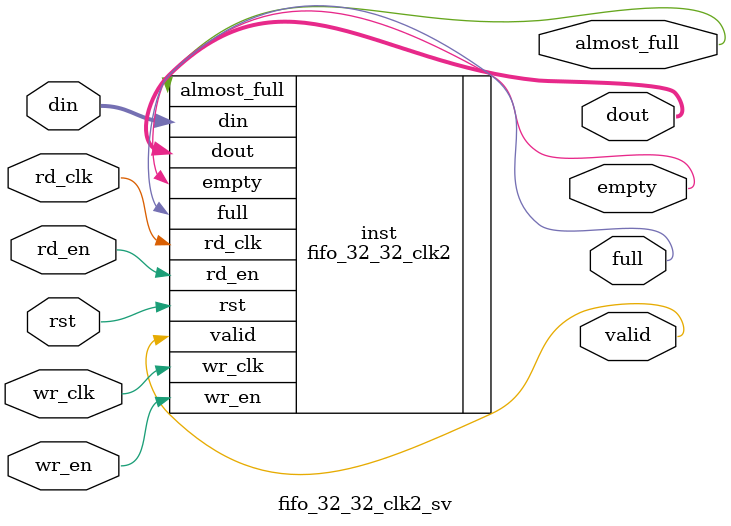
<source format=sv>


`timescale 1ps / 1ps

`include "vivado_interfaces.svh"

module fifo_32_32_clk2_sv (
  (* X_INTERFACE_IGNORE = "true" *)
  input wire rst,
  (* X_INTERFACE_IGNORE = "true" *)
  input wire wr_clk,
  (* X_INTERFACE_IGNORE = "true" *)
  input wire rd_clk,
  (* X_INTERFACE_IGNORE = "true" *)
  input wire [31:0] din,
  (* X_INTERFACE_IGNORE = "true" *)
  input wire wr_en,
  (* X_INTERFACE_IGNORE = "true" *)
  input wire rd_en,
  (* X_INTERFACE_IGNORE = "true" *)
  output wire [31:0] dout,
  (* X_INTERFACE_IGNORE = "true" *)
  output wire full,
  (* X_INTERFACE_IGNORE = "true" *)
  output wire almost_full,
  (* X_INTERFACE_IGNORE = "true" *)
  output wire empty,
  (* X_INTERFACE_IGNORE = "true" *)
  output wire valid
);

  fifo_32_32_clk2 inst (
    .rst(rst),
    .wr_clk(wr_clk),
    .rd_clk(rd_clk),
    .din(din),
    .wr_en(wr_en),
    .rd_en(rd_en),
    .dout(dout),
    .full(full),
    .almost_full(almost_full),
    .empty(empty),
    .valid(valid)
  );

endmodule

</source>
